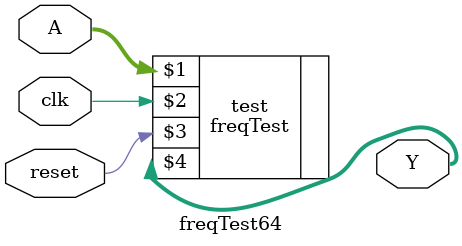
<source format=sv>
module freqTest64 (input logic[63:0] A,
input logic clk, reset,
output  logic [63:0] Y);

freqTest #(64) test (A, clk, reset, Y);

endmodule

</source>
